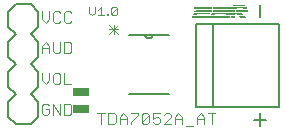
<source format=gto>
G75*
%MOIN*%
%OFA0B0*%
%FSLAX25Y25*%
%IPPOS*%
%LPD*%
%AMOC8*
5,1,8,0,0,1.08239X$1,22.5*
%
%ADD10C,0.00300*%
%ADD11C,0.00600*%
%ADD12R,0.12000X0.00334*%
%ADD13R,0.01340X0.00334*%
%ADD14R,0.02000X0.00334*%
%ADD15R,0.12670X0.00333*%
%ADD16R,0.01340X0.00333*%
%ADD17R,0.02000X0.00333*%
%ADD18R,0.01670X0.00333*%
%ADD19R,0.01330X0.00334*%
%ADD20R,0.03000X0.00334*%
%ADD21R,0.02340X0.00334*%
%ADD22R,0.01330X0.00333*%
%ADD23R,0.03000X0.00333*%
%ADD24R,0.02330X0.00333*%
%ADD25R,0.05660X0.00333*%
%ADD26R,0.07670X0.00333*%
%ADD27R,0.14000X0.00334*%
%ADD28R,0.03670X0.00334*%
%ADD29R,0.06000X0.00333*%
%ADD30R,0.07340X0.00333*%
%ADD31R,0.03670X0.00333*%
%ADD32R,0.05330X0.00333*%
%ADD33R,0.06330X0.00333*%
%ADD34R,0.11340X0.00333*%
%ADD35R,0.06000X0.00334*%
%ADD36R,0.11340X0.00334*%
%ADD37R,0.04330X0.00333*%
%ADD38C,0.00800*%
%ADD39C,0.00500*%
%ADD40R,0.05512X0.02559*%
D10*
X0013855Y0008038D02*
X0014472Y0007420D01*
X0015706Y0007420D01*
X0016323Y0008038D01*
X0016323Y0009272D01*
X0015089Y0009272D01*
X0013855Y0010506D02*
X0013855Y0008038D01*
X0017538Y0007420D02*
X0017538Y0011123D01*
X0020007Y0007420D01*
X0020007Y0011123D01*
X0021221Y0011123D02*
X0023073Y0011123D01*
X0023690Y0010506D01*
X0023690Y0008038D01*
X0023073Y0007420D01*
X0021221Y0007420D01*
X0021221Y0011123D01*
X0016323Y0010506D02*
X0015706Y0011123D01*
X0014472Y0011123D01*
X0013855Y0010506D01*
X0015089Y0017657D02*
X0016323Y0018891D01*
X0016323Y0021360D01*
X0017538Y0020743D02*
X0017538Y0018274D01*
X0018155Y0017657D01*
X0019389Y0017657D01*
X0020007Y0018274D01*
X0020007Y0020743D01*
X0019389Y0021360D01*
X0018155Y0021360D01*
X0017538Y0020743D01*
X0021221Y0021360D02*
X0021221Y0017657D01*
X0023690Y0017657D01*
X0015089Y0017657D02*
X0013855Y0018891D01*
X0013855Y0021360D01*
X0013855Y0027893D02*
X0013855Y0030362D01*
X0015089Y0031596D01*
X0016323Y0030362D01*
X0016323Y0027893D01*
X0017538Y0028510D02*
X0018155Y0027893D01*
X0019389Y0027893D01*
X0020007Y0028510D01*
X0020007Y0031596D01*
X0021221Y0031596D02*
X0023073Y0031596D01*
X0023690Y0030979D01*
X0023690Y0028510D01*
X0023073Y0027893D01*
X0021221Y0027893D01*
X0021221Y0031596D01*
X0017538Y0031596D02*
X0017538Y0028510D01*
X0016323Y0029744D02*
X0013855Y0029744D01*
X0015089Y0038129D02*
X0016323Y0039363D01*
X0016323Y0041832D01*
X0017538Y0041215D02*
X0017538Y0038746D01*
X0018155Y0038129D01*
X0019389Y0038129D01*
X0020007Y0038746D01*
X0021221Y0038746D02*
X0021838Y0038129D01*
X0023073Y0038129D01*
X0023690Y0038746D01*
X0021221Y0038746D02*
X0021221Y0041215D01*
X0021838Y0041832D01*
X0023073Y0041832D01*
X0023690Y0041215D01*
X0020007Y0041215D02*
X0019389Y0041832D01*
X0018155Y0041832D01*
X0017538Y0041215D01*
X0013855Y0041832D02*
X0013855Y0039363D01*
X0015089Y0038129D01*
X0029603Y0041459D02*
X0030570Y0040491D01*
X0031538Y0041459D01*
X0031538Y0043394D01*
X0032549Y0042426D02*
X0033517Y0043394D01*
X0033517Y0040491D01*
X0034484Y0040491D02*
X0032549Y0040491D01*
X0029603Y0041459D02*
X0029603Y0043394D01*
X0035496Y0040975D02*
X0035496Y0040491D01*
X0035980Y0040491D01*
X0035980Y0040975D01*
X0035496Y0040975D01*
X0036969Y0040975D02*
X0038904Y0042910D01*
X0038904Y0040975D01*
X0038420Y0040491D01*
X0037453Y0040491D01*
X0036969Y0040975D01*
X0036969Y0042910D01*
X0037453Y0043394D01*
X0038420Y0043394D01*
X0038904Y0042910D01*
X0039318Y0037369D02*
X0036181Y0034233D01*
X0037749Y0034233D02*
X0037749Y0037369D01*
X0036181Y0037369D02*
X0039318Y0034233D01*
X0039318Y0035801D02*
X0036181Y0035801D01*
X0036042Y0007974D02*
X0037893Y0007974D01*
X0038511Y0007357D01*
X0038511Y0004888D01*
X0037893Y0004271D01*
X0036042Y0004271D01*
X0036042Y0007974D01*
X0034827Y0007974D02*
X0032359Y0007974D01*
X0033593Y0007974D02*
X0033593Y0004271D01*
X0039725Y0004271D02*
X0039725Y0006740D01*
X0040959Y0007974D01*
X0042194Y0006740D01*
X0042194Y0004271D01*
X0043408Y0004271D02*
X0043408Y0004888D01*
X0045877Y0007357D01*
X0045877Y0007974D01*
X0043408Y0007974D01*
X0042194Y0006122D02*
X0039725Y0006122D01*
X0047091Y0004888D02*
X0047708Y0004271D01*
X0048943Y0004271D01*
X0049560Y0004888D01*
X0049560Y0007357D01*
X0047091Y0004888D01*
X0047091Y0007357D01*
X0047708Y0007974D01*
X0048943Y0007974D01*
X0049560Y0007357D01*
X0050774Y0007974D02*
X0050774Y0006122D01*
X0052009Y0006740D01*
X0052626Y0006740D01*
X0053243Y0006122D01*
X0053243Y0004888D01*
X0052626Y0004271D01*
X0051392Y0004271D01*
X0050774Y0004888D01*
X0054458Y0004271D02*
X0056926Y0006740D01*
X0056926Y0007357D01*
X0056309Y0007974D01*
X0055075Y0007974D01*
X0054458Y0007357D01*
X0053243Y0007974D02*
X0050774Y0007974D01*
X0054458Y0004271D02*
X0056926Y0004271D01*
X0058141Y0004271D02*
X0058141Y0006740D01*
X0059375Y0007974D01*
X0060609Y0006740D01*
X0060609Y0004271D01*
X0061824Y0003654D02*
X0064293Y0003654D01*
X0065507Y0004271D02*
X0065507Y0006740D01*
X0066741Y0007974D01*
X0067976Y0006740D01*
X0067976Y0004271D01*
X0070424Y0004271D02*
X0070424Y0007974D01*
X0069190Y0007974D02*
X0071659Y0007974D01*
X0067976Y0006122D02*
X0065507Y0006122D01*
X0060609Y0006122D02*
X0058141Y0006122D01*
D11*
X0056131Y0014399D02*
X0042931Y0014399D01*
X0042931Y0033999D02*
X0048331Y0033999D01*
X0050731Y0033999D01*
X0056131Y0033999D01*
X0050731Y0033999D02*
X0050729Y0033930D01*
X0050723Y0033862D01*
X0050713Y0033794D01*
X0050700Y0033727D01*
X0050682Y0033661D01*
X0050661Y0033596D01*
X0050636Y0033532D01*
X0050608Y0033470D01*
X0050576Y0033409D01*
X0050541Y0033350D01*
X0050502Y0033294D01*
X0050460Y0033239D01*
X0050415Y0033188D01*
X0050367Y0033138D01*
X0050317Y0033092D01*
X0050264Y0033049D01*
X0050208Y0033008D01*
X0050151Y0032971D01*
X0050091Y0032938D01*
X0050029Y0032907D01*
X0049966Y0032881D01*
X0049902Y0032858D01*
X0049836Y0032838D01*
X0049769Y0032823D01*
X0049702Y0032811D01*
X0049634Y0032803D01*
X0049565Y0032799D01*
X0049497Y0032799D01*
X0049428Y0032803D01*
X0049360Y0032811D01*
X0049293Y0032823D01*
X0049226Y0032838D01*
X0049160Y0032858D01*
X0049096Y0032881D01*
X0049033Y0032907D01*
X0048971Y0032938D01*
X0048911Y0032971D01*
X0048854Y0033008D01*
X0048798Y0033049D01*
X0048745Y0033092D01*
X0048695Y0033138D01*
X0048647Y0033188D01*
X0048602Y0033239D01*
X0048560Y0033294D01*
X0048521Y0033350D01*
X0048486Y0033409D01*
X0048454Y0033470D01*
X0048426Y0033532D01*
X0048401Y0033596D01*
X0048380Y0033661D01*
X0048362Y0033727D01*
X0048349Y0033794D01*
X0048339Y0033862D01*
X0048333Y0033930D01*
X0048331Y0033999D01*
X0086580Y0039854D02*
X0086580Y0044124D01*
X0086580Y0007904D02*
X0086580Y0003633D01*
X0084445Y0005768D02*
X0088715Y0005768D01*
D12*
X0070330Y0039421D03*
D13*
X0071660Y0042421D03*
X0077660Y0039421D03*
X0081660Y0042421D03*
X0064660Y0040421D03*
D14*
X0081330Y0039421D03*
D15*
X0070325Y0039755D03*
X0070325Y0040088D03*
D16*
X0077660Y0040088D03*
X0077660Y0039755D03*
X0081660Y0042755D03*
D17*
X0079660Y0041088D03*
X0080990Y0039755D03*
D18*
X0080495Y0040088D03*
D19*
X0070995Y0040421D03*
X0069995Y0042421D03*
D20*
X0076830Y0040421D03*
D21*
X0080160Y0040421D03*
X0077160Y0042421D03*
D22*
X0070995Y0040755D03*
X0064995Y0040755D03*
D23*
X0076830Y0040755D03*
D24*
X0079825Y0040755D03*
D25*
X0067160Y0041088D03*
D26*
X0074495Y0041088D03*
X0074825Y0042755D03*
D27*
X0071330Y0041421D03*
D28*
X0080495Y0041421D03*
D29*
X0067660Y0041755D03*
D30*
X0074660Y0041755D03*
X0074660Y0042088D03*
D31*
X0080495Y0042088D03*
X0080495Y0041755D03*
D32*
X0067995Y0042088D03*
D33*
X0067495Y0042755D03*
X0067495Y0043088D03*
D34*
X0076660Y0043088D03*
D35*
X0067660Y0043421D03*
D36*
X0076660Y0043421D03*
D37*
X0079495Y0043755D03*
D38*
X0005063Y0004199D02*
X0002563Y0006699D01*
X0002563Y0011699D01*
X0005063Y0014199D01*
X0002563Y0016699D01*
X0002563Y0021699D01*
X0005063Y0024199D01*
X0002563Y0026699D01*
X0002563Y0031699D01*
X0005063Y0034199D01*
X0002563Y0036699D01*
X0002563Y0041699D01*
X0005063Y0044199D01*
X0010063Y0044199D01*
X0012563Y0041699D01*
X0012563Y0036699D01*
X0010063Y0034199D01*
X0012563Y0031699D01*
X0012563Y0026699D01*
X0010063Y0024199D01*
X0012563Y0021699D01*
X0012563Y0016699D01*
X0010063Y0014199D01*
X0012563Y0011699D01*
X0012563Y0006699D01*
X0010063Y0004199D01*
X0005063Y0004199D01*
D39*
X0065358Y0010026D02*
X0070870Y0010026D01*
X0070870Y0037585D01*
X0065358Y0037585D01*
X0065358Y0010026D01*
X0070870Y0010026D02*
X0092917Y0010026D01*
X0092917Y0037585D01*
X0070870Y0037585D01*
D40*
X0027045Y0015110D03*
X0027045Y0009310D03*
M02*

</source>
